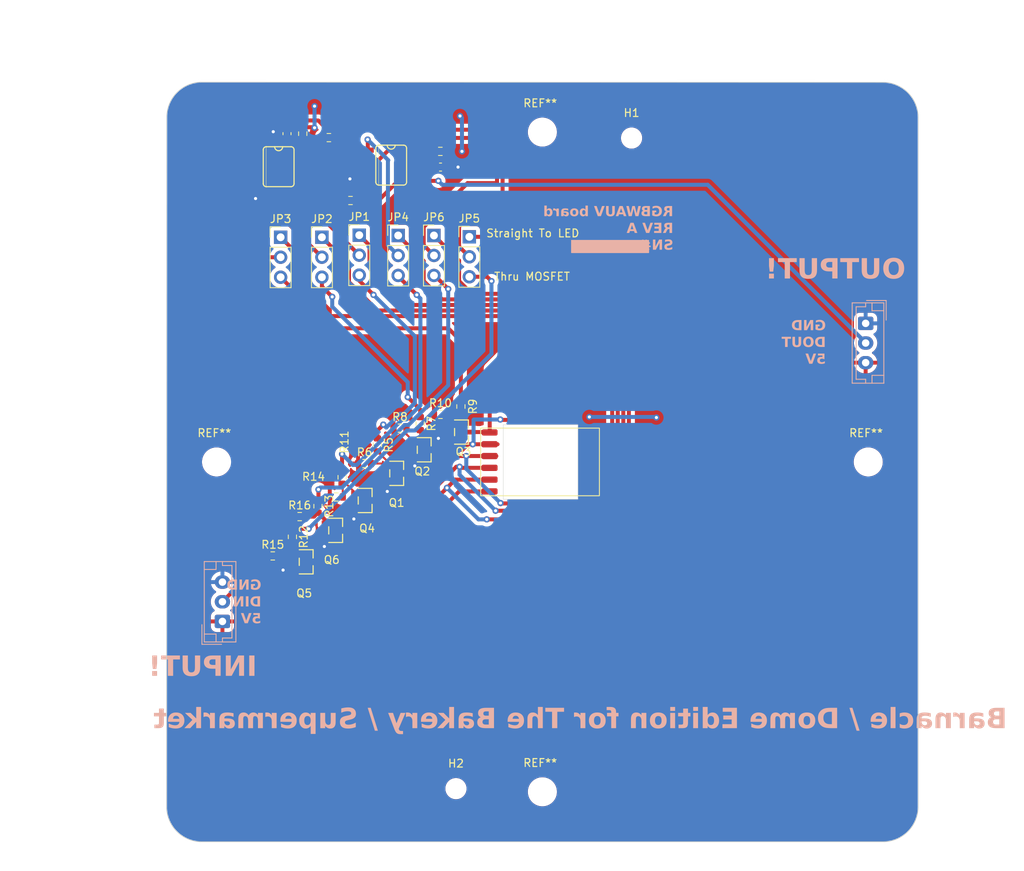
<source format=kicad_pcb>
(kicad_pcb (version 20240108) (generator "pcbnew") (generator_version "8.0")
  (title_block (title "RGBWAUV WS2811 Test PCB") (date "2024-03-31") (rev "A") (company "freakylamps + freaughouse"))
  (layers (0 "F.Cu" signal) (31 "B.Cu" signal) (34 "B.Paste" user) (35 "F.Paste" user) (36 "B.SilkS" user "B.Silkscreen") (37 "F.SilkS" user "F.Silkscreen") (38 "B.Mask" user) (39 "F.Mask" user) (44 "Edge.Cuts" user))
  (net 0 "")
  (net 1 "Net-(IC1-VDD)")
  (net 2 "GND")
  (net 3 "Net-(IC2-VDD)")
  (net 4 "red")
  (net 5 "green")
  (net 6 "blue")
  (net 7 "green_chipOut")
  (net 8 "Net-(IC1-DIN)")
  (net 9 "DOI")
  (net 10 "white")
  (net 11 "purple")
  (net 12 "yellow")
  (net 14 "blue_chipOut")
  (net 15 "DO")
  (net 16 "5vIN")
  (net 17 "DIN")
  (net 18 "red_chipOut")
  (net 19 "yellow_chipOut")
  (net 20 "white_chipOut")
  (net 22 "purple_chipOut")
  (net 23 "Net-(IC2-DIN)")
  (net 24 "Net-(JP1-B)")
  (net 25 "Net-(JP2-B)")
  (net 26 "Net-(JP3-B)")
  (net 27 "Net-(JP4-B)")
  (net 28 "Net-(JP5-B)")
  (net 29 "Net-(JP6-B)")
  (net 30 "Net-(Q1-G)")
  (net 31 "Net-(Q2-G)")
  (net 32 "Net-(Q3-G)")
  (net 33 "Net-(Q4-G)")
  (net 34 "Net-(Q5-G)")
  (net 35 "Net-(Q6-G)")
  (footprint "Resistor_SMD:R_0603_1608Metric" (layer "F.Cu") (at 100.188044 106.448659)
    (property "Reference" "R15" (at 0 -1.43 0) (layer "F.SilkS"))
    (property "Value" "10k")
    (pad "1" smd roundrect (at -0.825 0) (size 0.8 0.95) (layers "F.Cu" "F.Paste" "F.Mask") (net 16 "5vIN"))
    (pad "2" smd roundrect (at 0.825 0) (size 0.8 0.95) (layers "F.Cu" "F.Paste" "F.Mask") (net 34 "Net-(Q5-G)"))
  )
  (footprint "Resistor_SMD:R_0603_1608Metric" (layer "F.Cu") (at 118.938044 89.623659 -90)
    (property "Reference" "R7" (at 0 -1.43 90) (layer "F.SilkS"))
    (property "Value" "1k")
    (pad "1" smd roundrect (at -0.825 0 270) (size 0.8 0.95) (layers "F.Cu" "F.Paste" "F.Mask") (net 25 "Net-(JP2-B)"))
    (pad "2" smd roundrect (at 0.825 0 270) (size 0.8 0.95) (layers "F.Cu" "F.Paste" "F.Mask") (net 31 "Net-(Q2-G)"))
  )
  (footprint "Resistor_SMD:R_0603_1608Metric" (layer "F.Cu") (at 113.5 92.325 -90)
    (property "Reference" "R5" (at 0 -1.43 90) (layer "F.SilkS"))
    (property "Value" "1k")
    (pad "1" smd roundrect (at -0.825 0 270) (size 0.8 0.95) (layers "F.Cu" "F.Paste" "F.Mask") (net 24 "Net-(JP1-B)"))
    (pad "2" smd roundrect (at 0.825 0 270) (size 0.8 0.95) (layers "F.Cu" "F.Paste" "F.Mask") (net 30 "Net-(Q1-G)"))
  )
  (footprint "LED_SMD:RGBWA+UV" (layer "F.Cu") (at 134.478144 94.496759)
    (property "Reference" "U1" (hide yes))
    (property "Value" "RGBAW+UV" (hide yes))
    (pad "1" smd roundrect (at 6 -3.75) (size 2 0.8) (layers "F.Cu" "F.Paste" "F.Mask") (net 16 "5vIN"))
    (pad "2" smd roundrect (at 6.0125 -2.25) (size 2.025 0.8) (layers "F.Cu" "F.Paste" "F.Mask") (net 16 "5vIN"))
    (pad "3" smd roundrect (at 6.0125 -0.75) (size 2.025 0.8) (layers "F.Cu" "F.Paste" "F.Mask") (net 16 "5vIN"))
    (pad "4" smd roundrect (at 6.0125 0.75) (size 2.025 0.8) (layers "F.Cu" "F.Paste" "F.Mask") (net 16 "5vIN"))
    (pad "5" smd roundrect (at 6.0125 2.25) (size 2.025 0.8) (layers "F.Cu" "F.Paste" "F.Mask") (net 16 "5vIN"))
    (pad "6" smd roundrect (at 6.0125 3.75) (size 2.025 0.8) (layers "F.Cu" "F.Paste" "F.Mask") (net 16 "5vIN"))
    (pad "7" smd roundrect (at -6.7 -3.75) (size 2 0.8) (layers "F.Cu" "F.Paste" "F.Mask") (net 6 "blue"))
    (pad "8" smd roundrect (at -6.7125 -2.25) (size 2.025 0.8) (layers "F.Cu" "F.Paste" "F.Mask") (net 5 "green"))
    (pad "9" smd roundrect (at -6.7125 -0.75) (size 2.025 0.8) (layers "F.Cu" "F.Paste" "F.Mask") (net 4 "red"))
    (pad "10" smd roundrect (at -6.7125 0.75) (size 2.025 0.8) (layers "F.Cu" "F.Paste" "F.Mask") (net 10 "white"))
    (pad "11" smd roundrect (at -6.7125 2.25) (size 2.025 0.8) (layers "F.Cu" "F.Paste" "F.Mask") (net 11 "purple"))
    (pad "12" smd roundrect (at -6.7125 3.75) (size 2.025 0.8) (layers "F.Cu" "F.Paste" "F.Mask") (net 12 "yellow"))
  )
  (footprint "Connector_PinHeader_2.54mm:PinHeader_1x03_P2.54mm_Vertical" (layer "F.Cu") (at 111.188044 65.658659)
    (property "Reference" "JP1" (at 0 -2.33 0) (layer "F.SilkS"))
    (property "Value" "Jumper")
    (pad "1" thru_hole rect (at 0 0) (size 1.7 1.7) (drill 1) (layers "*.Cu" "*.Mask") (net 4 "red"))
    (pad "2" thru_hole oval (at 0 2.54) (size 1.7 1.7) (drill 1) (layers "*.Cu" "*.Mask") (net 18 "red_chipOut"))
    (pad "3" thru_hole oval (at 0 5.08) (size 1.7 1.7) (drill 1) (layers "*.Cu" "*.Mask") (net 24 "Net-(JP1-B)"))
  )
  (footprint "Resistor_SMD:R_0603_1608Metric" (layer "F.Cu") (at 104 52.75 -90)
    (property "Reference" "R2" (hide yes))
    (property "Value" "100" (hide yes))
    (pad "1" smd roundrect (at -0.825 0 270) (size 0.8 0.95) (layers "F.Cu" "F.Paste" "F.Mask") (net 16 "5vIN"))
    (pad "2" smd roundrect (at 0.825 0 270) (size 0.8 0.95) (layers "F.Cu" "F.Paste" "F.Mask") (net 1 "Net-(IC1-VDD)"))
  )
  (footprint "Resistor_SMD:R_0603_1608Metric" (layer "F.Cu") (at 105.938044 100.123659 -90)
    (property "Reference" "R13" (at 0 -1.43 90) (layer "F.SilkS"))
    (property "Value" "1k")
    (pad "1" smd roundrect (at -0.825 0 270) (size 0.8 0.95) (layers "F.Cu" "F.Paste" "F.Mask") (net 29 "Net-(JP6-B)"))
    (pad "2" smd roundrect (at 0.825 0 270) (size 0.8 0.95) (layers "F.Cu" "F.Paste" "F.Mask") (net 35 "Net-(Q6-G)"))
  )
  (footprint "Capacitor_SMD:C_0603_1608Metric" (layer "F.Cu") (at 102 52.75 90)
    (property "Reference" "C1" (hide yes))
    (property "Value" "0.1 uf" (hide yes))
    (pad "1" smd roundrect (at -0.775 0 90) (size 0.9 0.95) (layers "F.Cu" "F.Paste" "F.Mask") (net 1 "Net-(IC1-VDD)"))
    (pad "2" smd roundrect (at 0.775 0 90) (size 0.9 0.95) (layers "F.Cu" "F.Paste" "F.Mask") (net 2 "GND"))
  )
  (footprint "Connector_PinHeader_2.54mm:PinHeader_1x03_P2.54mm_Vertical" (layer "F.Cu") (at 106.438044 65.923659)
    (property "Reference" "JP2" (at 0 -2.33 0) (layer "F.SilkS"))
    (property "Value" "Jumper")
    (pad "1" thru_hole rect (at 0 0) (size 1.7 1.7) (drill 1) (layers "*.Cu" "*.Mask") (net 5 "green"))
    (pad "2" thru_hole oval (at 0 2.54) (size 1.7 1.7) (drill 1) (layers "*.Cu" "*.Mask") (net 7 "green_chipOut"))
    (pad "3" thru_hole oval (at 0 5.08) (size 1.7 1.7) (drill 1) (layers "*.Cu" "*.Mask") (net 25 "Net-(JP2-B)"))
  )
  (footprint "easyeda2kicad:SOT-23-3_L2.9-W1.6-P1.90-LS2.8-BR" (layer "F.Cu") (at 115.948044 95.948659 180)
    (property "Reference" "Q1" (at 0.01 -3.75 180) (layer "F.SilkS"))
    (property "Value" "AO3400A")
    (pad "1" smd rect (at 1.24 0.95 180) (size 1.07 0.6) (layers "F.Cu" "F.Paste" "F.Mask") (net 30 "Net-(Q1-G)"))
    (pad "2" smd rect (at 1.24 -0.95 180) (size 1.07 0.6) (layers "F.Cu" "F.Paste" "F.Mask") (net 2 "GND"))
    (pad "3" smd rect (at -1.24 0 180) (size 1.07 0.6) (layers "F.Cu" "F.Paste" "F.Mask") (net 4 "red"))
  )
  (footprint "WS2811:SO08-SKINNYPADS" (layer "F.Cu") (at 100.938044 56.948659 -90)
    (property "Reference" "IC1" (hide yes))
    (property "Value" "WS2811" (hide yes))
    (pad "1" smd rect (at -1.905 2.9734 270) (size 0.6604 1.524) (layers "F.Cu" "F.Paste" "F.Mask") (net 18 "red_chipOut"))
    (pad "2" smd rect (at -0.635 2.9734 270) (size 0.6604 1.524) (layers "F.Cu" "F.Paste" "F.Mask") (net 7 "green_chipOut"))
    (pad "3" smd rect (at 0.635 2.9734 270) (size 0.6604 1.524) (layers "F.Cu" "F.Paste" "F.Mask") (net 14 "blue_chipOut"))
    (pad "4" smd rect (at 1.905 2.9734 270) (size 0.6604 1.524) (layers "F.Cu" "F.Paste" "F.Mask") (net 2 "GND"))
    (pad "5" smd rect (at 1.905 -2.9734 270) (size 0.6604 1.524) (layers "F.Cu" "F.Paste" "F.Mask") (net 9 "DOI"))
    (pad "6" smd rect (at 0.635 -2.9734 270) (size 0.6604 1.524) (layers "F.Cu" "F.Paste" "F.Mask") (net 8 "Net-(IC1-DIN)"))
    (pad "7" smd rect (at -0.635 -2.9734 270) (size 0.6604 1.524) (layers "F.Cu" "F.Paste" "F.Mask"))
    (pad "8" smd rect (at -1.905 -2.9734 270) (size 0.6604 1.524) (layers "F.Cu" "F.Paste" "F.Mask") (net 1 "Net-(IC1-VDD)"))
  )
  (footprint "easyeda2kicad:SOT-23-3_L2.9-W1.6-P1.90-LS2.8-BR" (layer "F.Cu") (at 119.448044 92.948659 180)
    (property "Reference" "Q2" (at 0.24 -2.75 180) (layer "F.SilkS"))
    (property "Value" "AO3400A")
    (pad "1" smd rect (at 1.24 0.95 180) (size 1.07 0.6) (layers "F.Cu" "F.Paste" "F.Mask") (net 31 "Net-(Q2-G)"))
    (pad "2" smd rect (at 1.24 -0.95 180) (size 1.07 0.6) (layers "F.Cu" "F.Paste" "F.Mask") (net 2 "GND"))
    (pad "3" smd rect (at -1.24 0 180) (size 1.07 0.6) (layers "F.Cu" "F.Paste" "F.Mask") (net 5 "green"))
  )
  (footprint "WS2811:SO08-SKINNYPADS" (layer "F.Cu") (at 115.25 56.75 -90)
    (property "Reference" "IC2" (hide yes))
    (property "Value" "WS2811" (hide yes))
    (pad "1" smd rect (at -1.905 2.9734 270) (size 0.6604 1.524) (layers "F.Cu" "F.Paste" "F.Mask") (net 20 "white_chipOut"))
    (pad "2" smd rect (at -0.635 2.9734 270) (size 0.6604 1.524) (layers "F.Cu" "F.Paste" "F.Mask") (net 22 "purple_chipOut"))
    (pad "3" smd rect (at 0.635 2.9734 270) (size 0.6604 1.524) (layers "F.Cu" "F.Paste" "F.Mask") (net 19 "yellow_chipOut"))
    (pad "4" smd rect (at 1.905 2.9734 270) (size 0.6604 1.524) (layers "F.Cu" "F.Paste" "F.Mask") (net 2 "GND"))
    (pad "5" smd rect (at 1.905 -2.9734 270) (size 0.6604 1.524) (layers "F.Cu" "F.Paste" "F.Mask") (net 15 "DO"))
    (pad "6" smd rect (at 0.635 -2.9734 270) (size 0.6604 1.524) (layers "F.Cu" "F.Paste" "F.Mask") (net 23 "Net-(IC2-DIN)"))
    (pad "7" smd rect (at -0.635 -2.9734 270) (size 0.6604 1.524) (layers "F.Cu" "F.Paste" "F.Mask"))
    (pad "8" smd rect (at -1.905 -2.9734 270) (size 0.6604 1.524) (layers "F.Cu" "F.Paste" "F.Mask") (net 3 "Net-(IC2-VDD)"))
  )
  (footprint "Resistor_SMD:R_0603_1608Metric" (layer "F.Cu") (at 103.613044 101.448659)
    (property "Reference" "R16" (at 0 -1.43 0) (layer "F.SilkS"))
    (property "Value" "10k")
    (pad "1" smd roundrect (at -0.825 0) (size 0.8 0.95) (layers "F.Cu" "F.Paste" "F.Mask") (net 16 "5vIN"))
    (pad "2" smd roundrect (at 0.825 0) (size 0.8 0.95) (layers "F.Cu" "F.Paste" "F.Mask") (net 35 "Net-(Q6-G)"))
  )
  (footprint "easyeda2kicad:SOT-23-3_L2.9-W1.6-P1.90-LS2.8-BR" (layer "F.Cu") (at 104.438044 107.198659 180)
    (property "Reference" "Q5" (at 0.25 -4 180) (layer "F.SilkS"))
    (property "Value" "AO3400A")
    (pad "1" smd rect (at 1.24 0.95 180) (size 1.07 0.6) (layers "F.Cu" "F.Paste" "F.Mask") (net 34 "Net-(Q5-G)"))
    (pad "2" smd rect (at 1.24 -0.95 180) (size 1.07 0.6) (layers "F.Cu" "F.Paste" "F.Mask") (net 2 "GND"))
    (pad "3" smd rect (at -1.24 0 180) (size 1.07 0.6) (layers "F.Cu" "F.Paste" "F.Mask") (net 12 "yellow"))
  )
  (footprint "MountingHole:MountingHole_3.2mm_M3_ISO7380" (layer "F.Cu") (at 134.478144 52.548659)
    (property "Reference" "REF**" (at -0.275 -3.675 0) (layer "F.SilkS"))
    (property "Value" "MountingHole_3.2mm_M3_ISO7380")
    (pad "" np_thru_hole circle (at 0 0) (size 3.2 3.2) (drill 3.2) (layers "*.Cu" "*.Mask"))
  )
  (footprint "Connector_PinHeader_2.54mm:PinHeader_1x03_P2.54mm_Vertical" (layer "F.Cu") (at 125.188044 65.868659)
    (property "Reference" "JP5" (at 0 -2.33 0) (layer "F.SilkS"))
    (property "Value" "Jumper")
    (pad "1" thru_hole rect (at 0 0) (size 1.7 1.7) (drill 1) (layers "*.Cu" "*.Mask") (net 12 "yellow"))
    (pad "2" thru_hole oval (at 0 2.54) (size 1.7 1.7) (drill 1) (layers "*.Cu" "*.Mask") (net 19 "yellow_chipOut"))
    (pad "3" thru_hole oval (at 0 5.08) (size 1.7 1.7) (drill 1) (layers "*.Cu" "*.Mask") (net 28 "Net-(JP5-B)"))
  )
  (footprint "MountingHole:MountingHole_3.2mm_M3_ISO7380" (layer "F.Cu") (at 175.918244 94.496759)
    (property "Reference" "REF**" (at -0.275 -3.675 0) (layer "F.SilkS"))
    (property "Value" "MountingHole_3.2mm_M3_ISO7380")
    (pad "" np_thru_hole circle (at 0 0) (size 3.2 3.2) (drill 3.2) (layers "F&B.Cu" "*.Mask"))
  )
  (footprint "Connector_PinHeader_2.54mm:PinHeader_1x03_P2.54mm_Vertical" (layer "F.Cu") (at 101.188044 65.923659)
    (property "Reference" "JP3" (at 0 -2.33 0) (layer "F.SilkS"))
    (property "Value" "Jumper")
    (pad "1" thru_hole rect (at 0 0) (size 1.7 1.7) (drill 1) (layers "*.Cu" "*.Mask") (net 6 "blue"))
    (pad "2" thru_hole oval (at 0 2.54) (size 1.7 1.7) (drill 1) (layers "*.Cu" "*.Mask") (net 14 "blue_chipOut"))
    (pad "3" thru_hole oval (at 0 5.08) (size 1.7 1.7) (drill 1) (layers "*.Cu" "*.Mask") (net 26 "Net-(JP3-B)"))
  )
  (footprint "Resistor_SMD:R_0603_1608Metric" (layer "F.Cu") (at 116.363044 90.198659)
    (property "Reference" "R8" (at 0 -1.43 0) (layer "F.SilkS"))
    (property "Value" "10k")
    (pad "1" smd roundrect (at -0.825 0) (size 0.8 0.95) (layers "F.Cu" "F.Paste" "F.Mask") (net 16 "5vIN"))
    (pad "2" smd roundrect (at 0.825 0) (size 0.8 0.95) (layers "F.Cu" "F.Paste" "F.Mask") (net 31 "Net-(Q2-G)"))
  )
  (footprint "MountingHole:MountingHole_3.2mm_M3_ISO7380" (layer "F.Cu") (at 93.038044 94.496759)
    (property "Reference" "REF**" (at -0.275 -3.675 0) (layer "F.SilkS"))
    (property "Value" "M3")
    (pad "" np_thru_hole circle (at 0 0) (size 3.2 3.2) (drill 3.2) (layers "F&B.Cu" "*.Mask"))
  )
  (footprint "easyeda2kicad:SOT-23-3_L2.9-W1.6-P1.90-LS2.8-BR" (layer "F.Cu") (at 108.188044 103.198659 180)
    (property "Reference" "Q6" (at 0.5 -3.75 180) (layer "F.SilkS"))
    (property "Value" "AO3400A")
    (pad "1" smd rect (at 1.24 0.95 180) (size 1.07 0.6) (layers "F.Cu" "F.Paste" "F.Mask") (net 35 "Net-(Q6-G)"))
    (pad "2" smd rect (at 1.24 -0.95 180) (size 1.07 0.6) (layers "F.Cu" "F.Paste" "F.Mask") (net 2 "GND"))
    (pad "3" smd rect (at -1.24 0 180) (size 1.07 0.6) (layers "F.Cu" "F.Paste" "F.Mask") (net 11 "purple"))
  )
  (footprint "Resistor_SMD:R_0603_1608Metric" (layer "F.Cu") (at 107.325 53.25 180)
    (property "Reference" "R1" (hide yes))
    (property "Value" "33" (hide yes))
    (pad "1" smd roundrect (at -0.825 0 180) (size 0.8 0.95) (layers "F.Cu" "F.Paste" "F.Mask") (net 17 "DIN"))
    (pad "2" smd roundrect (at 0.825 0 180) (size 0.8 0.95) (layers "F.Cu" "F.Paste" "F.Mask") (net 8 "Net-(IC1-DIN)"))
  )
  (footprint "MountingHole:MountingHole_3.2mm_M3_ISO7380" (layer "F.Cu") (at 134.478144 136.444859)
    (property "Reference" "REF**" (at -0.275 -3.675 0) (layer "F.SilkS"))
    (property "Value" "MountingHole_3.2mm_M3_ISO7380")
    (pad "" np_thru_hole circle (at 0 0) (size 3.2 3.2) (drill 3.2) (layers "F&B.Cu" "*.Mask"))
  )
  (footprint "easyeda2kicad:SOT-23-3_L2.9-W1.6-P1.90-LS2.8-BR" (layer "F.Cu") (at 111.938044 99.398659 180)
    (property "Reference" "Q4" (at -0.25 -3.55 180) (layer "F.SilkS"))
    (property "Value" "AO3400A")
    (pad "1" smd rect (at 1.24 0.95 180) (size 1.07 0.6) (layers "F.Cu" "F.Paste" "F.Mask") (net 33 "Net-(Q4-G)"))
    (pad "2" smd rect (at 1.24 -0.95 180) (size 1.07 0.6) (layers "F.Cu" "F.Paste" "F.Mask") (net 2 "GND"))
    (pad "3" smd rect (at -1.24 0 180) (size 1.07 0.6) (layers "F.Cu" "F.Paste" "F.Mask") (net 10 "white"))
  )
  (footprint "easyeda2kicad:SOT-23-3_L2.9-W1.6-P1.90-LS2.8-BR" (layer "F.Cu") (at 124.188044 90.698659 180)
    (property "Reference" "Q3" (at -0.25 -2.5 180) (layer "F.SilkS"))
    (property "Value" "AO3400A")
    (pad "1" smd rect (at 1.24 0.95 180) (size 1.07 0.6) (layers "F.Cu" "F.Paste" "F.Mask") (net 32 "Net-(Q3-G)"))
    (pad "2" smd rect (at 1.24 -0.95 180) (size 1.07 0.6) (layers "F.Cu" "F.Paste" "F.Mask") (net 2 "GND"))
    (pad "3" smd rect (at -1.24 0 180) (size 1.07 0.6) (layers "F.Cu" "F.Paste" "F.Mask") (net 6 "blue"))
  )
  (footprint "Resistor_SMD:R_0603_1608Metric" (layer "F.Cu") (at 111.863044 94.698659)
    (property "Reference" "R6" (at 0 -1.43 0) (layer "F.SilkS"))
    (property "Value" "10k")
    (pad "1" smd roundrect (at -0.825 0) (size 0.8 0.95) (layers "F.Cu" "F.Paste" "F.Mask") (net 16 "5vIN"))
    (pad "2" smd roundrect (at 0.825 0) (size 0.8 0.95) (layers "F.Cu" "F.Paste" "F.Mask") (net 30 "Net-(Q1-G)"))
  )
  (footprint "Resistor_SMD:R_0603_1608Metric" (layer "F.Cu") (at 108.263044 98.948659)
    (property "Reference" "R14" (at -2.888044 -2.573659 0) (layer "F.SilkS"))
    (property "Value" "10k")
    (pad "1" smd roundrect (at -0.825 0) (size 0.8 0.95) (layers "F.Cu" "F.Paste" "F.Mask") (net 16 "5vIN"))
    (pad "2" smd roundrect (at 0.825 0) (size 0.8 0.95) (layers "F.Cu" "F.Paste" "F.Mask") (net 33 "Net-(Q4-G)"))
  )
  (footprint "MountingHole:MountingHole_2.2mm_M2" (layer "F.Cu") (at 145.820044 53.307659)
    (property "Reference" "H1" (at 0 -3.2 0) (layer "F.SilkS"))
    (property "Value" "Board_to_dome")
    (pad "" np_thru_hole circle (at 0 0) (size 2.2 2.2) (drill 2.2) (layers "*.Cu" "*.Mask"))
  )
  (footprint "MountingHole:MountingHole_2.2mm_M2" (layer "F.Cu") (at 123.486044 136.043659)
    (property "Reference" "H2" (at 0 -3.2 0) (layer "F.SilkS"))
    (property "Value" "Board_to_dome")
    (pad "" np_thru_hole circle (at 0 0) (size 2.2 2.2) (drill 2.2) (layers "*.Cu" "*.Mask"))
  )
  (footprint "Resistor_SMD:R_0603_1608Metric" (layer "F.Cu") (at 109.013044 96.448659 -90)
    (property "Reference" "R11" (at -4.485 -0.29 90) (layer "F.SilkS"))
    (property "Value" "1k")
    (pad "1" smd roundrect (at -0.825 0 270) (size 0.8 0.95) (layers "F.Cu" "F.Paste" "F.Mask") (net 27 "Net-(JP4-B)"))
    (pad "2" smd roundrect (at 0.825 0 270) (size 0.8 0.95) (layers "F.Cu" "F.Paste" "F.Mask") (net 33 "Net-(Q4-G)"))
  )
  (footprint "Capacitor_SMD:C_0603_1608Metric" (layer "F.Cu") (at 121.525 57)
    (property "Reference" "C2" (hide yes))
    (property "Value" "0.1 uf" (hide yes))
    (pad "1" smd roundrect (at -0.775 0) (size 0.9 0.95) (layers "F.Cu" "F.Paste" "F.Mask") (net 3 "Net-(IC2-VDD)"))
    (pad "2" smd roundrect (at 0.775 0) (size 0.9 0.95) (layers "F.Cu" "F.Paste" "F.Mask") (net 2 "GND"))
  )
  (footprint "Resistor_SMD:R_0603_1608Metric" (layer "F.Cu") (at 121.5 55 180)
    (property "Reference" "R4" (hide yes))
    (property "Value" "100" (hide yes))
    (pad "1" smd roundrect (at -0.825 0 180) (size 0.8 0.95) (layers "F.Cu" "F.Paste" "F.Mask") (net 16 "5vIN"))
    (pad "2" smd roundrect (at 0.825 0 180) (size 0.8 0.95) (layers "F.Cu" "F.Paste" "F.Mask") (net 3 "Net-(IC2-VDD)"))
  )
  (footprint "Resistor_SMD:R_0603_1608Metric" (layer "F.Cu") (at 121.513044 88.448659)
    (property "Reference" "R10" (at 0 -1.43 0) (layer "F.SilkS"))
    (property "Value" "10k")
    (pad "1" smd roundrect (at -0.825 0) (size 0.8 0.95) (layers "F.Cu" "F.Paste" "F.Mask") (net 16 "5vIN"))
    (pad "2" smd roundrect (at 0.825 0) (size 0.8 0.95) (layers "F.Cu" "F.Paste" "F.Mask") (net 32 "Net-(Q3-G)"))
  )
  (footprint "Resistor_SMD:R_0603_1608Metric" (layer "F.Cu") (at 124.113044 87.448659 -90)
    (property "Reference" "R9" (at 0 -1.52 90) (layer "F.SilkS"))
    (property "Value" "1k")
    (pad "1" smd roundrect (at -0.825 0 270) (size 0.8 0.95) (layers "F.Cu" "F.Paste" "F.Mask") (net 26 "Net-(JP3-B)"))
    (pad "2" smd roundrect (at 0.825 0 270) (size 0.8 0.95) (layers "F.Cu" "F.Paste" "F.Mask") (net 32 "Net-(Q3-G)"))
  )
  (footprint "Resistor_SMD:R_0603_1608Metric" (layer "F.Cu") (at 110.075 61.25)
    (property "Reference" "R3" (hide yes))
    (property "Value" "33" (hide yes))
    (pad "1" smd roundrect (at -0.825 0) (size 0.8 0.95) (layers "F.Cu" "F.Paste" "F.Mask") (net 9 "DOI"))
    (pad "2" smd roundrect (at 0.825 0) (size 0.8 0.95) (layers "F.Cu" "F.Paste" "F.Mask") (net 23 "Net-(IC2-DIN)"))
  )
  (footprint "Connector_PinHeader_2.54mm:PinHeader_1x03_P2.54mm_Vertical" (layer "F.Cu") (at 116.138044 65.698659)
    (property "Reference" "JP4" (at 0 -2.33 0) (layer "F.SilkS"))
    (property "Value" "Jumper")
    (pad "1" thru_hole rect (at 0 0) (size 1.7 1.7) (drill 1) (layers "*.Cu" "*.Mask") (net 10 "white"))
    (pad "2" thru_hole oval (at 0 2.54) (size 1.7 1.7) (drill 1) (layers "*.Cu" "*.Mask") (net 20 "white_chipOut"))
    (pad "3" thru_hole oval (at 0 5.08) (size 1.7 1.7) (drill 1) (layers "*.Cu" "*.Mask") (net 27 "Net-(JP4-B)"))
  )
  (footprint "Connector_PinHeader_2.54mm:PinHeader_1x03_P2.54mm_Vertical" (layer "F.Cu") (at 120.688044 65.698659)
    (property "Reference" "JP6" (at 0 -2.33 0) (layer "F.SilkS"))
    (property "Value" "Jumper")
    (pad "1" thru_hole rect (at 0 0) (size 1.7 1.7) (drill 1) (layers "*.Cu" "*.Mask") (net 11 "purple"))
    (pad "2" thru_hole oval (at 0 2.54) (size 1.7 1.7) (drill 1) (layers "*.Cu" "*.Mask") (net 22 "purple_chipOut"))
    (pad "3" thru_hole oval (at 0 5.08) (size 1.7 1.7) (drill 1) (layers "*.Cu" "*.Mask") (net 29 "Net-(JP6-B)"))
  )
  (footprint "Resistor_SMD:R_0603_1608Metric" (layer "F.Cu") (at 102.688044 104.023659 -90)
    (property "Reference" "R12" (at 0 -1.43 90) (layer "F.SilkS"))
    (property "Value" "1k")
    (pad "1" smd roundrect (at -0.825 0 270) (size 0.8 0.95) (layers "F.Cu" "F.Paste" "F.Mask") (net 28 "Net-(JP5-B)"))
    (pad "2" smd roundrect (at 0.825 0 270) (size 0.8 0.95) (layers "F.Cu" "F.Paste" "F.Mask") (net 34 "Net-(Q5-G)"))
  )
  (footprint "Connector_JST:JST_EH_B3B-EH-A_1x03_P2.50mm_Vertical" (layer "B.Cu") (at 175.588044 76.873659 -90)
    (property "Reference" "J2" (hide yes))
    (property "Value" "3PinJSTOutput" (hide yes))
    (pad "1" thru_hole roundrect (at 0 0 270) (size 1.7 1.95) (drill 0.95) (layers "*.Cu" "*.Mask") (roundrect_rratio 0.1470588235) (net 2 "GND"))
    (pad "2" thru_hole oval (at 2.5 0 270) (size 1.7 1.95) (drill 0.95) (layers "*.Cu" "*.Mask") (net 15 "DO"))
    (pad "3" thru_hole oval (at 5 0 270) (size 1.7 1.95) (drill 0.95) (layers "*.Cu" "*.Mask") (net 16 "5vIN"))
  )
  (footprint "Connector_JST:JST_EH_B3B-EH-A_1x03_P2.50mm_Vertical" (layer "B.Cu") (at 93.788044 114.778659 90)
    (property "Reference" "J1" (hide yes))
    (property "Value" "3PinJSTInput" (hide yes))
    (pad "1" thru_hole roundrect (at 0 0 90) (size 1.7 1.95) (drill 0.95) (layers "*.Cu" "*.Mask") (roundrect_rratio 0.1470588235) (net 16 "5vIN"))
    (pad "2" thru_hole oval (at 2.5 0 90) (size 1.7 1.95) (drill 0.95) (layers "*.Cu" "*.Mask") (net 17 "DIN"))
    (pad "3" thru_hole oval (at 5 0 90) (size 1.7 1.95) (drill 0.95) (layers "*.Cu" "*.Mask") (net 2 "GND"))
  )
  (gr_rect (start 138.188044 66.323659) (end 147.988044 67.873659) (stroke (width 0.12)) (fill solid) (layer "B.SilkS"))
  (gr_arc (start 90.984747 142.802744) (mid 88 141.5) (end 86.684747 138.520745) (stroke (width 0.1)) (layer "Edge.Cuts"))
  (gr_arc (start 177.966341 46.219574) (mid 180.951088 47.522318) (end 182.266341 50.501573) (stroke (width 0.1)) (layer "Edge.Cuts"))
  (gr_arc (start 182.267129 138.501956) (mid 180.964385 141.486703) (end 177.98513 142.801956) (stroke (width 0.1)) (layer "Edge.Cuts"))
  (gr_line (start 86.684747 138.520745) (end 86.706045 50.498659) (stroke (width 0.1)) (layer "Edge.Cuts"))
  (gr_line (start 90.988044 46.198659) (end 177.966341 46.219574) (stroke (width 0.1)) (layer "Edge.Cuts"))
  (gr_arc (start 86.706045 50.498659) (mid 88.008788 47.513912) (end 90.988044 46.198659) (stroke (width 0.1)) (layer "Edge.Cuts"))
  (gr_line (start 182.266341 50.501573) (end 182.267129 138.501956) (stroke (width 0.1)) (layer "Edge.Cuts"))
  (gr_rect (start 129.5 89.75) (end 139 99.25) (stroke (width 0.05)) (fill none) (layer "Edge.Cuts"))
  (gr_line (start 177.98513 142.801956) (end 90.984747 142.802744) (stroke (width 0.1)) (layer "Edge.Cuts"))
  (gr_text "OUTPUT!" (at 180.668044 71.598659 0) (layer "B.SilkS") (effects (font (size 2.54 2.54) (thickness 0.508) (bold yes)) (justify left bottom mirror)))
  (gr_text "GND\nDOUT\n5V" (at 170.538044 79.348659 0) (layer "B.SilkS") (effects (font (size 1.27 1.27) (thickness 0.2) (bold yes)) (justify left mirror)))
  (gr_text "RGBWAUV board\nREV A\nSN#:\n" (at 151.138044 64.848659 0) (layer "B.SilkS") (effects (font (size 1.27 1.27) (thickness 0.2) (bold yes)) (justify left mirror)))
  (gr_text "Barnacle / Dome Edition for The Bakery / Supermarket" (at 139.288044 127.298659 0) (layer "B.SilkS") (effects (font (size 2.54 2.54) (thickness 0.2) (bold yes)) (justify mirror)))
  (gr_text "INPUT!	\n	" (at 98.188044 126.398659 0) (layer "B.SilkS") (effects (font (size 2.54 2.54) (thickness 0.508) (bold yes)) (justify left bottom mirror)))
  (gr_text "GND\nDIN\n5V" (at 98.738044 112.348659 0) (layer "B.SilkS") (effects (font (size 1.27 1.27) (thickness 0.2) (bold yes)) (justify left mirror)))
  (gr_text "Straight To LED" (at 127.25 66 0) (layer "F.SilkS") (effects (font (size 1 1)) (justify left bottom)))
  (gr_text "Thru MOSFET" (at 128.25 71.5 0) (layer "F.SilkS") (effects (font (size 1 1)) (justify left bottom)))
  (segment (start 104 54.955103) (end 103.911444 55.043659) (width 0.508) (layer "F.Cu") (net 1))
  (segment (start 104 53.575) (end 104 54.955103) (width 0.508) (layer "F.Cu") (net 1))
  (segment (start 103.95 53.525) (end 104 53.575) (width 0.508) (layer "F.Cu") (net 1))
  (segment (start 102 53.525) (end 103.95 53.525) (width 0.508) (layer "F.Cu") (net 1))
  (segment (start 118.208044 93.898659) (end 118.208044 94.958044) (width 0.508) (layer "F.Cu") (net 2))
  (segment (start 97.964644 60.964644) (end 98 61) (width 0.508) (layer "F.Cu") (net 2))
  (segment (start 114.708044 98.208044) (end 114.75 98.25) (width 0.508) (layer "F.Cu") (net 2))
  (segment (start 106.948044 104.148659) (end 106.948044 105.051956) (width 0.508) (layer "F.Cu") (net 2))
  (segment (start 106.948044 105.051956) (end 106.75 105.25) (width 0.508) (layer "F.Cu") (net 2))
  (segment (start 110.155 58.655) (end 110 58.5) (width 0.508) (layer "F.Cu") (net 2))
  (segment (start 121.398659 91.648659) (end 121.25 91.5) (width 0.508) (layer "F.Cu") (net 2))
  (segment (start 122.3 57) (end 123.75 57) (width 0.508) (layer "F.Cu") (net 2))
  (segment (start 110.698044 100.348659) (end 110.698044 101.551956) (width 0.508) (layer "F.Cu") (net 2))
  (segment (start 101.601341 108.148659) (end 101.5 108.25) (width 0.508) (layer "F.Cu") (net 2))
  (segment (start 110.698044 101.551956) (end 110.5 101.75) (width 0.508) (layer "F.Cu") (net 2))
  (segment (start 97.964644 58.853659) (end 97.964644 60.964644) (width 0.508) (layer "F.Cu") (net 2))
  (segment (start 112.2766 58.655) (end 110.155 58.655) (width 0.508) (layer "F.Cu") (net 2))
  (segment (start 102 51.975) (end 100.775 51.975) (width 0.508) (layer "F.Cu") (net 2))
  (segment (start 100.775 51.975) (end 100.25 52.5) (width 0.508) (layer "F.Cu") (net 2))
  (segment (start 103.198044 108.148659) (end 101.601341 108.148659) (width 0.508) (layer "F.Cu") (net 2))
  (segment (start 122.948044 91.648659) (end 121.398659 91.648659) (width 0.508) (layer "F.Cu") (net 2))
  (segment (start 114.708044 96.898659) (end 114.708044 98.208044) (width 0.508) (layer "F.Cu") (net 2))
  (segment (start 118.208044 94.958044) (end 118.25 95) (width 0.508) (layer "F.Cu") (net 2))
  (via (at 106.75 105.25) (size 0.8) (drill 0.4) (layers "F.Cu" "B.Cu") (net 2))
  (via (at 110.5 101.75) (size 0.8) (drill 0.4) (layers "F.Cu" "B.Cu") (net 2))
  (via (at 98 61) (size 0.8) (drill 0.4) (layers "F.Cu" "B.Cu") (net 2))
  (via (at 101.5 108.25) (size 0.8) (drill 0.4) (layers "F.Cu" "B.Cu") (net 2))
  (via (at 114.75 98.25) (size 0.8) (drill 0.4) (layers "F.Cu" "B.Cu") (net 2))
  (via (at 121.25 91.5) (size 0.8) (drill 0.4) (layers "F.Cu" "B.Cu") (net 2))
  (via (at 123.75 57) (size 0.8) (drill 0.4) (layers "F.Cu" "B.Cu") (net 2))
  (via (at 110 58.5) (size 0.8) (drill 0.4) (layers "F.Cu" "B.Cu") (net 2))
  (via (at 118.25 95) (size 0.8) (drill 0.4) (layers "F.Cu" "B.Cu") (net 2))
  (via (at 100.25 52.5) (size 0.8) (drill 0.4) (layers "F.Cu" "B.Cu") (net 2))
  (segment (start 120.75 57) (end 120.75 55.075) (width 0.508) (layer "F.Cu") (net 3))
  (segment (start 118.3784 55) (end 118.2234 54.845) (width 0.508) (layer "F.Cu") (net 3))
  (segment (start 120.675 55) (end 118.3784 55) (width 0.508) (layer "F.Cu") (net 3))
  (segment (start 120.75 55.075) (end 120.675 55) (width 0.508) (layer "F.Cu") (net 3))
  (segment (start 140.274572 74.532659) (end 143.354044 77.612132) (width 0.508) (layer "F.Cu") (net 4))
  (segment (start 117.188044 95.948659) (end 121.188044 95.948659) (width 0.508) (layer "F.Cu") (net 4))
  (segment (start 143.354044 77.612132) (end 143.354044 98.795956) (width 0.508) (layer "F.Cu") (net 4))
  (segment (start 143.354044 98.795956) (end 142.375 99.775) (width 0.508) (layer "F.Cu") (net 4))
  (segment (start 117.522044 74.532659) (end 140.274572 74.532659) (width 0.508) (layer "F.Cu") (net 4))
  (segment (start 121.188044 95.948659) (end 123.389944 93.746759) (width 0.508) (layer "F.Cu") (net 4))
  (segment (start 128.621759 93.746759) (end 127.765644 93.746759) (width 0.508) (layer "F.Cu") (net 4))
  (segment (start 129.075 99.775) (end 129.125 99.725) (width 0.508) (layer "F.Cu") (net 4))
  (segment (start 129.125 99.725) (end 129.15 99.725) (width 0.508) (layer "F.Cu") (net 4))
  (segment (start 112.492044 66.962659) (end 112.492044 69.502659) (width 0.508) (layer "F.Cu") (net 4))
  (segment (start 142.375 99.775) (end 129.075 99.775) (width 0.508) (layer "F.Cu") (net 4))
  (segment (start 123.389944 93.746759) (end 124.8 93.746759) (width 0.508) (layer "F.Cu") (net 4))
  (segment (start 124.8 93.746759) (end 127.765644 93.746759) (width 0.508) (layer "F.Cu") (net 4))
  (segment (start 127.663744 93.848659) (end 127.765644 93.746759) (width 0.508) (layer "F.Cu") (net 4))
  (segment (start 112.492044 69.502659) (end 117.522044 74.532659) (width 0.508) (layer "F.Cu") (net 4))
  (segment (start 111.188044 65.658659) (end 112.492044 66.962659) (width 0.508) (layer "F.Cu") (net 4))
  (via (at 129.15 99.725) (size 0.8) (drill 0.4) (layers "F.Cu" "B.Cu") (net 4))
  (via (at 124.8 93.746759) (size 0.8) (drill 0.4) (layers "F.Cu" "B.Cu") (net 4))
  (segment (start 124.8 95.375) (end 124.8 93.746759) (width 0.508) (layer "B.Cu") (net 4))
  (segment (start 129.15 99.725) (end 124.8 95.375) (width 0.508) (layer "B.Cu") (net 4))
  (segment (start 113.5 75.240659) (end 139.981308 75.240659) (width 0.508) (layer "F.Cu") (net 5))
  (segment (start 125.02155 92.246759) (end 125.625 92.246759) (width 0.508) (layer "F.Cu") (net 5))
  (segment (start 128.778144 92.246759) (end 127.765644 92.246759) (width 0.508) (layer "F.Cu") (net 5))
  (segment (start 109.884044 71.624703) (end 113.5 75.240659) (width 0.508) (layer "F.Cu") (net 5))
  (segment (start 109.884044 69.369659) (end 109.884044 71.624703) (width 0.508) (layer "F.Cu") (net 5))
  (segment (start 142.646044 78.741923) (end 132.237967 89.15) (width 0.508) (layer "F.Cu") (net 5))
  (segment (start 132.237967 89.15) (end 129.175 89.15) (width 0.508) (layer "F.Cu") (net 5))
  (segment (start 120.688044 92.948659) (end 124.31965 92.948659) (width 0.508) (layer "F.Cu") (net 5))
  (segment (start 124.31965 92.948659) (end 125.02155 92.246759) (width 0.508) (layer "F.Cu") (net 5))
  (segment (start 129.175 89.15) (end 129.125 89.1) (width 0.508) (layer "F.Cu") (net 5))
  (segment (start 125.625 92.246759) (end 127.765644 92.246759) (width 0.508) (layer "F.Cu") (net 5))
  (segment (start 106.438044 65.923659) (end 109.884044 69.369659) (width 0.508) (layer "F.Cu") (net 5))
  (segment (start 142.646044 77.905395) (end 142.646044 78.741923) (width 0.508) (layer "F.Cu") (net 5))
  (segment (start 139.981308 75.240659) (end 142.646044 77.905395) (width 0.508) (layer "F.Cu") (net 5))
  (via (at 125.625 92.246759) (size 0.8) (drill 0.4) (layers "F.Cu" "B.Cu") (net 5))
  (via (at 129.125 89.1) (size 0.8) (drill 0.4) (layers "F.Cu" "B.Cu") (net 5))
  (segment (start 129.125 89.1) (end 125.775 89.1) (width 0.508) (layer "B.Cu") (net 5))
  (segment (start 125.775 89.1) (end 125.725 89.15) (width 0.508) (layer "B.Cu") (net 5))
  (segment (start 125.725 92.146759) (end 125.625 92.246759) (width 0.508) (layer "B.Cu") (net 5))
  (segment (start 125.725 89.15) (end 125.725 92.146759) (width 0.508) (layer "B.Cu") (net 5))
  (segment (start 139.688044 75.948659) (end 141.757193 78.017807) (width 0.508) (layer "F.Cu") (net 6))
  (segment (start 103 70.75) (end 107.438044 75.188044) (width 0.508) (layer "F.Cu") (net 6))
  (segment (start 101.188044 65.923659) (end 103 67.735615) (width 0.508) (layer "F.Cu") (net 6))
  (segment (start 127.778144 82.596856) (end 127.778144 90.746759) (width 0.508) (layer "F.Cu") (net 6))
  (segment (start 107.438044 75.188044) (end 107.438044 75.948659) (width 0.508) (layer "F.Cu") (net 6))
  (segment (start 127.730044 90.698659) (end 127.778144 90.746759) (width 0.508) (layer "F.Cu") (net 6))
  (segment (start 107.438044 75.948659) (end 139.688044 75.948659) (width 0.508) (layer "F.Cu") (net 6))
  (segment (start 141.757193 78.017807) (end 132.357193 78.017807) (width 0.508) (layer "F.Cu") (net 6))
  (segment (start 125.428044 90.698659) (end 127.730044 90.698659) (width 0.508) (layer "F.Cu") (net 6))
  (segment (start 103 67.735615) (end 103 70.75) (width 0.508) (layer "F.Cu") (net 6))
  (segment (start 132.357193 78.017807) (end 127.778144 82.596856) (width 0.508) (layer "F.Cu") (net 6))
  (segment (start 98.563659 56.313659) (end 97.964644 56.313659) (width 0.508) (layer "F.Cu") (net 7))
  (segment (start 106.438044 68.463659) (end 99.180644 61.206259) (width 0.508) (layer "F.Cu") (net 7))
  (segment (start 99.180644 61.206259) (end 99.180644 56.930644) (width 0.508) (layer "F.Cu") (net 7))
  (segment (start 99.180644 56.930644) (end 98.563659 56.313659) (width 0.508) (layer "F.Cu") (net 7))
  (segment (start 103.911444 57.583659) (end 105.181444 57.583659) (width 0.508) (layer "F.Cu") (net 8))
  (segment (start 106.5 56.265103) (end 106.5 53.25) (width 0.508) (layer "F.Cu") (net 8))
  (segment (start 105.181444 57.583659) (end 106.5 56.265103) (width 0.508) (layer "F.Cu") (net 8))
  (segment (start 106.853659 58.853659) (end 109.25 61.25) (width 0.508) (layer "F.Cu") (net 9))
  (segment (start 103.911444 58.853659) (end 103.181244 58.853659) (width 0.508) (layer "F.Cu") (net 9))
  (segment (start 103.911444 58.853659) (end 106.853659 58.853659) (width 0.508) (layer "F.Cu") (net 9))
  (segment (start 113.178044 99.398659) (end 119.238044 99.398659) (width 0.508) (layer "F.Cu") (net 10))
  (segment (start 119.238044 99.398659) (end 123.522449 95.114254) (width 0.508) (layer "F.Cu") (net 10))
  (segment (start 144.062044 99.08922) (end 142.451264 100.7) (width 0.508) (layer "F.Cu") (net 10))
  (segment (start 127.765644 95.246759) (end 124.078505 95.246759) (width 0.508) (layer "F.Cu") (net 10))
  (segment (start 123.522449 95.114254) (end 123.946 95.114254) (width 0.508) (layer "F.Cu") (net 10))
  (segment (start 119.384044 68.944659) (end 119.384044 71.484659) (width 0.508) (layer "F.Cu") (net 10))
  (segment (start 140.567836 73.824659) (end 144.062044 77.318869) (width 0.508) (layer "F.Cu") (net 10))
  (segment (start 116.138044 65.698659) (end 119.384044 68.944659) (width 0.508) (layer "F.Cu") (net 10))
  (segment (start 124.078505 95.246759) (end 123.946 95.114254) (width 0.508) (layer "F.Cu") (net 10))
  (segment (start 121.724044 73.824659) (end 140.567836 73.824659) (width 0.508) (layer "F.Cu") (net 10))
  (segment (start 119.384044 71.484659) (end 121.724044 73.824659) (width 0.508) (layer "F.Cu") (net 10))
  (segment (start 144.062044 77.318869) (end 144.062044 99.08922) (width 0.508) (layer "F.Cu") (net 10))
  (segment (start 142.451264 100.7) (end 128.525 100.7) (width 0.508) (layer "F.Cu") (net 10))
  (via (at 128.525 100.7) (size 0.8) (drill 0.4) (layers "F.Cu" "B.Cu") (net 10))
  (via (at 123.946 95.114254) (size 0.8) (drill 0.4) (layers "F.Cu" "B.Cu") (net 10))
  (segment (start 128.525 100.7) (end 123.946 96.121) (width 0.508) (layer "B.Cu") (net 10))
  (segment (start 123.946 96.121) (end 123.946 95.114254) (width 0.508) (layer "B.Cu") (net 10))
  (segment (start 120.688044 65.698659) (end 123.884044 68.894659) (width 0.508) (layer "F.Cu") (net 11))
  (segment (start 122.343351 97.793351) (end 123.389944 96.746759) (width 0.508) (layer "F.Cu") (net 11))
  (segment (start 123.884044 68.894659) (end 123.884044 71.488794) (width 0.508) (layer "F.Cu") (net 11))
  (segment (start 125.511909 73.116659) (end 140.8611 73.11666) (width 0.508) (layer "F.Cu") (net 11))
  (segment (start 144.770044 77.025606) (end 144.770044 99.382484) (width 0.508) (layer "F.Cu") (net 11))
  (segment (start 144.770044 99.382484) (end 142.352528 101.8) (width 0.508) (layer "F.Cu") (net 11))
  (segment (start 123.884044 71.488794) (end 125.511909 73.116659) (width 0.508) (layer "F.Cu") (net 11))
  (segment (start 140.8611 73.11666) (end 144.770044 77.025606) (width 0.508) (layer "F.Cu") (net 11))
  (segment (start 109.428044 103.198659) (end 116.938044 103.198659) (width 0.508) (layer "F.Cu") (net 11))
  (segment (start 123.389944 96.746759) (end 127.765644 96.746759) (width 0.508) (layer "F.Cu") (net 11))
  (segment (start 116.938044 103.198659) (end 122.343351 97.793351) (width 0.508) (layer "F.Cu") (net 11))
  (segment (start 142.352528 101.8) (end 127.4 101.8) (width 0.508) (layer "F.Cu") (net 11))
  (via (at 122.343351 97.793351) (size 0.8) (drill 0.4) (layers "F.Cu" "B.Cu") (net 11))
  (via (at 127.4 101.8) (size 0.8) (drill 0.4) (layers "F.Cu" "B.Cu") (net 11))
  (segment (start 126.35 101.8) (end 122.343351 97.793351) (width 0.508) (layer "B.Cu") (net 11))
  (segment (start 127.4 101.8) (end 126.35 101.8) (width 0.508) (layer "B.Cu") (net 11))
  (segment (start 134.61436 65.868659) (end 145.478044 76.732343) (width 0.508) (layer "F.Cu") (net 12))
  (segment (start 114.938044 107.198659) (end 118.843351 103.293351) (width 0.508) (layer "F.Cu") (net 12))
  (segment (start 118.843351 103.293351) (end 123.889944 98.246759) (width 0.508) (layer "F.Cu") (net 12))
  (segment (start 125.188044 65.868659) (end 134.61436 65.868659) (width 0.508) (layer "F.Cu") (net 12))
  (segment (start 123.889944 98.246759) (end 127.765644 98.246759) (width 0.508) (layer "F.Cu") (net 12))
  (segment (start 145.478044 76.732343) (end 145.478043 99.675748) (width 0.508) (layer "F.Cu") (net 12))
  (segment (start 145.478043 99.675748) (end 141.86044 103.293351) (width 0.508) (layer "F.Cu") (net 12))
  (segment (start 105.678044 107.198659) (end 114.938044 107.198659) (width 0.508) (layer "F.Cu") (net 12))
  (segment (start 141.86044 103.293351) (end 118.843351 103.293351) (width 0.508) (layer "F.Cu") (net 12))
  (segment (start 101.188044 68.463659) (end 98.713659 68.463659) (width 0.508) (layer "F.Cu") (net 14))
  (segment (start 97.416341 57.583659) (end 97.964644 57.583659) (width 0.508) (layer "F.Cu") (net 14))
  (segment (start 96.5 66.25) (end 96.5 58.5) (width 0.508) (layer "F.Cu") (net 14))
  (segment (start 96.5 58.5) (end 97.416341 57.583659) (width 0.508) (layer "F.Cu") (net 14))
  (segment (start 98.713659 68.463659) (end 96.5 66.25) (width 0.508) (layer "F.Cu") (net 14))
  (segment (start 118.3184 58.75) (end 118.2234 58.655) (width 0.508) (layer "F.Cu") (net 15))
  (segment (start 121.25 58.75) (end 118.3184 58.75) (width 0.508) (layer "F.Cu") (net 15))
  (via (at 121.25 58.75) (size 0.8) (drill 0.4) (layers "F.Cu" "B.Cu") (net 15))
  (segment (start 175.588044 79.373659) (end 175.588044 79.338044) (width 0.508) (layer "B.Cu") (net 15))
  (segment (start 175.588044 79.338044) (end 155.5 59.25) (width 0.508) (layer "B.Cu") (net 15))
  (segment (start 155.5 59.25) (end 121.75 59.25) (width 0.508) (layer "B.Cu") (net 15))
  (segment (start 121.75 59.25) (end 121.25 58.75) (width 0.508) (layer "B.Cu") (net 15))
  (segment (start 140.478144 90.746759) (end 140.478144 88.803144) (width 0.508) (layer "F.Cu") (net 16))
  (segment (start 105.425 51.925) (end 105.5 52) (width 0.508) (layer "F.Cu") (net 16))
  (segment (start 122.325 55) (end 124.25 55) (width 0.508) (layer "F.Cu") (net 16))
  (segment (start 140.478144 88.803144) (end 140.45 88.775) (width 0.508) (layer "F.Cu") (net 16))
  (segment (start 104 51.925) (end 105.425 51.925) (width 0.508) (layer "F.Cu") (net 16))
  (via (at 124.25 55) (size 0.8) (drill 0.4) (layers "F.Cu" "B.Cu") (net 16))
  (via (at 124 50.5) (size 0.8) (drill 0.4) (layers "F.Cu" "B.Cu") (net 16))
  (via (at 105.5 52) (size 0.8) (drill 0.4) (layers "F.Cu" "B.Cu") (net 16))
  (via (at 140.45 88.775) (size 0.8) (drill 0.4) (layers "F.Cu" "B.Cu") (net 16))
  (via (at 105.5 49.25) (size 0.8) (drill 0.4) (layers "F.Cu" "B.Cu") (net 16))
  (via (at 148.975 88.85) (size 0.8) (drill 0.4) (layers "F.Cu" "B.Cu") (net 16))
  (segment (start 148.9 88.775) (end 148.975 88.85) (width 0.508) (layer "B.Cu") (net 16))
  (segment (start 124.25 55) (end 124.25 50.75) (width 0.508) (layer "B.Cu") (net 16))
  (segment (start 105.5 52) (end 105.5 49.25) (width 0.508) (layer "B.Cu") (net 16))
  (segment (start 124.25 50.75) (end 124 50.5) (width 0.508) (layer "B.Cu") (net 16))
  (segment (start 140.45 88.775) (end 148.9 88.775) (width 0.508) (layer "B.Cu") (net 16))
  (segment (start 105.971 51.071) (end 108.15 53.25) (width 0.508) (layer "F.Cu") (net 17))
  (segment (start 95.75 110.316703) (end 95.75 55.5) (width 0.508) (layer "F.Cu") (net 17))
  (segment (start 93.788044 112.278659) (end 95.75 110.316703) (width 0.508) (layer "F.Cu") (net 17))
  (segment (start 95.75 55.5) (end 100.179 51.071) (width 0.508) (layer "F.Cu") (net 17))
  (segment (start 100.179 51.071) (end 105.971 51.071) (width 0.508) (layer "F.Cu") (net 17))
  (segment (start 97.964644 55.043659) (end 98.694844 55.043659) (width 0.508) (layer "F.Cu") (net 18))
  (segment (start 99.888644 56.899259) (end 111.188044 68.198659) (width 0.508) (layer "F.Cu") (net 18))
  (segment (start 98.694844 55.043659) (end 99.888644 56.237459) (width 0.508) (layer "F.Cu") (net 18))
  (segment (start 99.888644 56.237459) (end 99.888644 56.899259) (width 0.508) (layer "F.Cu") (net 18))
  (segment (start 123.884044 67.104659) (end 123.884044 64.564659) (width 0.508) (layer "F.Cu") (net 19))
  (segment (start 126.808 61.640703) (end 129.416 61.640703) (width 0.508) (layer "F.Cu") (net 19))
  (segment (start 125.188044 68.408659) (end 123.884044 67.104659) (width 0.508) (layer "F.Cu") (net 19))
  (segment (start 109.75 56.1284) (end 109.75 52.25) (width 0.508) (layer "F.Cu") (net 19))
  (segment (start 129.416 55.913474) (end 129.416 61.640703) (width 0.508) (layer "F.Cu") (net 19))
  (segment (start 109.75 52.25) (end 125.752527 52.25) (width 0.508) (layer "F.Cu") (net 19))
  (segment (start 123.884044 64.564659) (end 126.808 61.640703) (width 0.508) (layer "F.Cu") (net 19))
  (segment (start 112.2766 57.385) (end 111.0066 57.385) (width 0.508) (layer "F.Cu") (net 19))
  (segment (start 125.752527 52.25) (end 129.416 55.913474) (width 0.508) (layer "F.Cu") (net 19))
  (segment (start 111.0066 57.385) (end 109.75 56.1284) (width 0.508) (layer "F.Cu") (net 19))
  (segment (start 112.2766 54.845) (end 112.2766 53.5266) (width 0.508) (layer "F.Cu") (net 20))
  (segment (start 112.2766 53.5266) (end 112.25 53.5) (width 0.508) (layer "F.Cu") (net 20))
  (via (at 112.25 53.5) (size 0.8) (drill 0.4) (layers "F.Cu" "B.Cu") (net 20))
  (segment (start 112.25 53.5) (end 114.875 56.125) (width 0.508) (layer "B.Cu") (net 20))
  (segment (start 116.138044 68.238659) (end 114.834044 66.934659) (width 0.508) (layer "B.Cu") (net 20))
  (segment (start 114.834044 56.165956) (end 114.875 56.125) (width 0.508) (layer "B.Cu") (net 20))
  (segment (start 114.834044 66.934659) (end 114.834044 56.165956) (width 0.508) (layer "B.Cu") (net 20))
  (segment (start 120.688044 68.238659) (end 120.688044 68.292794) (width 0.508) (layer "F.Cu") (net 22))
  (segment (start 116.458 53.292) (end 125.793263 53.292) (width 0.508) (layer "F.Cu") (net 22))
  (segment (start 120.688044 68.238659) (end 119.384044 66.934659) (width 0.508) (layer "F.Cu") (net 22))
  (segment (start 119.384044 66.934659) (end 119.384044 64.615956) (width 0.508) (layer "F.Cu") (net 22))
  (segment (start 125.793263 53.292) (end 128.708 56.206737) (width 0.508) (layer "F.Cu") (net 22))
  (segment (start 124.963297 59.036703) (end 128.708 59.036703) (width 0.508) (layer "F.Cu") (net 22))
  (segment (start 112.2766 56.115) (end 113.635 56.115) (width 0.508) (layer "F.Cu") (net 22))
  (segment (start 128.708 56.206737) (end 128.708 59.036703) (width 0.508) (layer "F.Cu") (net 22))
  (segment (start 119.384044 64.615956) (end 124.963297 59.036703) (width 0.508) (layer "F.Cu") (net 22))
  (segment (start 113.635 56.115) (end 116.458 53.292) (width 0.508) (layer "F.Cu") (net 22))
  (segment (start 110.9 61.25) (end 113.6282 61.25) (width 0.508) (layer "F.Cu") (net 23))
  (segment (start 117.4932 57.385) (end 118.2234 57.385) (width 0.508) (layer "F.Cu") (net 23))
  (segment (start 113.6282 61.25) (end 117.4932 57.385) (width 0.508) (layer "F.Cu") (net 23))
  (segment (start 113.5 90.5) (end 114.25 89.75) (width 0.508) (layer "F.Cu") (net 24))
  (segment (start 113.5 91.5) (end 113.5 90.5) (width 0.508) (layer "F.Cu") (net 24))
  (segment (start 111.188044 71.438044) (end 113 73.25) (width 0.508) (layer "F.Cu") (net 24))
  (segment (start 111.188044 70.738659) (end 111.188044 71.438044) (width 0.508) (layer "F.Cu") (net 24))
  (via (at 114.25 89.75) (size 0.8) (drill 0.4) (layers "F.Cu" "B.Cu") (net 24))
  (via (at 113 73.25) (size 0.8) (drill 0.4) (layers "F.Cu" "B.Cu") (net 24))
  (segment (start 118.258 78.508) (end 118.258 86.989472) (width 0.508) (layer "B.Cu") (net 24))
  (segment (start 118.258 86.989472) (end 116.871472 88.376) (width 0.508) (layer "B.Cu") (net 24))
  (segment (start 116.871472 88.376) (end 116.370208 88.376) (width 0.508) (layer "B.Cu") (net 24))
  (segment (start 113 73.25) (end 118.258 78.508) (width 0.508) (layer "B.Cu") (net 24))
  (segment (start 114.623104 90.123104) (end 114.25 89.75) (width 0.508) (layer "B.Cu") (net 24))
  (segment (start 116.370208 88.376) (end 114.623104 90.123104) (width 0.508) (layer "B.Cu") (net 24))
  (segment (start 118.938044 87.834044) (end 117.354 86.25) (width 0.508) (layer "F.Cu") (net 25))
  (segment (start 106.438044 72.188044) (end 107.75 73.5) (width 0.508) (layer "F.Cu") (net 25))
  (segment (start 106.438044 71.003659) (end 106.438044 72.188044) (width 0.508) (layer "F.Cu") (net 25))
  (segment (start 118.938044 88.798659) (end 118.938044 87.834044) (width 0.508) (layer "F.Cu") (net 25))
  (via (at 107.75 73.5) (size 0.8) (drill 0.4) (layers "F.Cu" "B.Cu") (net 25))
  (via (at 117.354 86.25) (size 0.8) (drill 0.4) (layers "F.Cu" "B.Cu") (net 25))
  (segment (start 107.75 74.75) (end 117.354 84.354) (width 0.508) (layer "B.Cu") (net 25))
  (segment (start 107.75 73.5) (end 107.75 74.75) (width 0.508) (layer "B.Cu") (net 25))
  (segment (start 117.354 84.354) (end 117.354 86.25) (width 0.508) (layer "B.Cu") (net 25))
  (segment (start 101.188044 71.003659) (end 107.684385 77.5) (width 0.508) (layer "F.Cu") (net 26))
  (segment (start 107.684385 77.5) (end 122.5 77.5) (width 0.508) (layer "F.Cu") (net 26))
  (segment (start 122.5 77.5) (end 124.113044 79.113044) (width 0.508) (layer "F.Cu") (net 26))
  (segment (start 124.113044 79.113044) (end 124.113044 86.623659) (width 0.508) (layer "F.Cu") (net 26))
  (segment (start 116.138044 70.888044) (end 118.5 73.25) (width 0.508) (layer "F.Cu") (net 27))
  (segment (start 109 95.610615) (end 109.013044 95.623659) (width 0.508) (layer "F.Cu") (net 27))
  (segment (start 116.138044 70.778659) (end 116.138044 70.888044) (width 0.508) (layer "F.Cu") (net 27))
  (segment (start 109 93.5) (end 109 95.610615) (width 0.508) (layer "F.Cu") (net 27))
  (via (at 118.5 73.25) (size 0.8) (drill 0.4) (layers "F.Cu" "B.Cu") (net 27))
  (via (at 109 93.5) (size 0.8) (drill 0.4) (layers "F.Cu" "B.Cu") (net 27))
  (segment (start 118.5 73.25) (end 118.966 73.716) (width 0.508) (layer "B.Cu") (net 27))
  (segment (start 118.966 73.716) (end 118.966 87.282736) (width 0.508) (layer "B.Cu") (net 27))
  (segment (start 118.966 87.282736) (end 117.164736 89.084) (width 0.508) (layer "B.Cu") (net 27))
  (segment (start 117.164736 89.084) (end 116.663472 89.084) (width 0.508) (layer "B.Cu") (net 27))
  (segment (start 110.374368 94.874368) (end 109 93.5) (width 0.508) (layer "B.Cu") (net 27))
  (segment (start 110.873104 94.874368) (end 110.374368 94.874368) (width 0.508) (layer "B.Cu") (net 27))
  (segment (start 116.663472 89.084) (end 110.873104 94.874368) (width 0.508) (layer "B.Cu") (net 27))
  (segment (start 102.886703 103) (end 102.688044 103.198659) (width 0.508) (layer "F.Cu") (net 28))
  (segment (start 104.75 103) (end 102.886703 103) (width 0.508) (layer "F.Cu") (net 28))
  (segment (start 127.448659 70.948659) (end 128 71.5) (width 0.508) (layer "F.Cu") (net 28))
  (segment (start 125.188044 70.948659) (end 127.448659 70.948659) (width 0.508) (layer "F.Cu") (net 28))
  (via (at 128 71.5) (size 0.8) (drill 0.4) (layers "F.Cu" "B.Cu") (net 28))
  (via (at 104.75 103) (size 0.8) (drill 0.4) (layers "F.Cu" "B.Cu") (net 28))
  (segment (start 118.25 90.5) (end 117.25 90.5) (width 0.508) (layer "B.Cu") (net 28))
  (segment (start 128 80.75) (end 118.5 90.25) (width 0.508) (layer "B.Cu") (net 28))
  (segment (start 117.25 90.5) (end 104.75 103) (width 0.508) (layer "B.Cu") (net 28))
  (segment (start 128 71.5) (end 128 80.75) (width 0.508) (layer "B.Cu") (net 28))
  (segment (start 118.5 90.25) (end 118.25 90.5) (width 0.508) (layer "B.Cu") (net 28))
  (segment (start 120.778659 70.778659) (end 122.5 72.5) (width 0.508) (layer "F.Cu") (net 29))
  (segment (start 120.688044 70.778659) (end 120.778659 70.778659) (width 0.508) (layer "F.Cu") (net 29))
  (segment (start 106 99.236703) (end 105.938044 99.298659) (width 0.508) (layer "F.Cu") (net 29))
  (segment (start 106 98) (end 106 99.236703) (width 0.508) (layer "F.Cu") (net 29))
  (via (at 106 98) (size 0.8) (drill 0.4) (layers "F.Cu" "B.Cu") (net 29))
  (via (at 122.5 72.5) (size 0.8) (drill 0.4) (layers "F.Cu" "B.Cu") (net 29))
  (segment (start 122.5 84.75) (end 117.458 89.792) (width 0.508) (layer "B.Cu") (net 29))
  (segment (start 108.998736 97.75) (end 106.25 97.75) (width 0.508) (layer "B.Cu") (net 29))
  (segment (start 117.458 89.792) (end 116.956736 89.792) (width 0.508) (layer "B.Cu") (net 29))
  (segment (start 116.956736 89.792) (end 108.998736 97.75) (width 0.508) (layer "B.Cu") (net 29))
  (segment (start 122.5 72.5) (end 122.5 84.75) (width 0.508) (layer "B.Cu") (net 29))
  (segment (start 106.25 97.75) (end 106 98) (width 0.508) (layer "B.Cu") (net 29))
  (segment (start 114.708044 94.358044) (end 113.5 93.15) (width 0.254) (layer "F.Cu") (net 30))
  (segment (start 114.188044 94.478659) (end 114.708044 94.998659) (width 0.254) (layer "F.Cu") (net 30))
  (segment (start 114.408044 94.698659) (end 114.708044 94.998659) (width 0.254) (layer "F.Cu") (net 30))
  (segment (start 114.708044 94.998659) (end 114.708044 94.358044) (width 0.254) (layer "F.Cu") (net 30))
  (segment (start 112.688044 94.698659) (end 114.408044 94.698659) (width 0.254) (layer "F.Cu") (net 30))
  (segment (start 118.938044 91.268659) (end 118.208044 91.998659) (width 0.254) (layer "F.Cu") (net 31))
  (segment (start 118.938044 90.448659) (end 118.938044 91.268659) (width 0.254) (layer "F.Cu") (net 31))
  (segment (start 117.188044 90.978659) (end 118.208044 91.998659) (width 0.254) (layer "F.Cu") (net 31))
  (segment (start 117.188044 90.198659) (end 117.188044 90.978659) (width 0.254) (layer "F.Cu") (net 31))
  (segment (start 122.338044 89.138659) (end 122.948044 89.748659) (width 0.254) (layer "F.Cu") (net 32))
  (segment (start 122.338044 88.448659) (end 122.338044 89.138659) (width 0.254) (layer "F.Cu") (net 32))
  (segment (start 124.113044 88.273659) (end 122.513044 88.273659) (width 0.254) (layer "F.Cu") (net 32))
  (segment (start 122.513044 88.273659) (end 122.338044 88.448659) (width 0.254) (layer "F.Cu") (net 32))
  (segment (start 109.088044 98.948659) (end 109.088044 97.348659) (width 0.254) (layer "F.Cu") (net 33))
  (segment (start 109.013044 97.273659) (end 109.523044 97.273659) (width 0.254) (layer "F.Cu") (net 33))
  (segment (start 109.523044 97.273659) (end 110.698044 98.448659) (width 0.254) (layer "F.Cu") (net 33))
  (segment (start 109.088044 97.348659) (end 109.013044 97.273659) (width 0.254) (layer "F.Cu") (net 33))
  (segment (start 102.998044 106.448659) (end 103.198044 106.248659) (width 0.254) (layer "F.Cu") (net 34))
  (segment (start 101.013044 106.448659) (end 102.998044 106.448659) (width 0.254) (layer "F.Cu") (net 34))
  (segment (start 102.688044 105.738659) (end 103.198044 106.248659) (width 0.254) (layer "F.Cu") (net 34))
  (segment (start 102.688044 104.848659) (end 102.688044 105.738659) (width 0.254) (layer "F.Cu") (net 34))
  (segment (start 104.438044 101.448659) (end 105.438044 101.448659) (width 0.508) (layer "F.Cu") (net 35))
  (segment (start 106.948044 101.958659) (end 105.938044 100.948659) (width 0.508) (layer "F.Cu") (net 35))
  (segment (start 105.438044 101.448659) (end 105.938044 100.948659) (width 0.508) (layer "F.Cu") (net 35))
  (segment (start 106.948044 102.248659) (end 106.948044 101.958659) (width 0.508) (layer "F.Cu") (net 35))
  (zone (net 16) (net_name "5vIN") (layer "F.Cu") (priority 1) (connect_pads (clearance 0.508)) (min_thickness 0.25) (fill yes (thermal_gap 0.5) (thermal_bridge_width 0.5))
    (polygon (pts (xy 74.75 35.75) (xy 192.25 36.25) (xy 195.75 146.5) (xy 65.5 146) (xy 75 35.75)))
  )
  (zone (net 2) (net_name "GND") (layer "B.Cu") (connect_pads (clearance 0.508)) (min_thickness 0.25) (fill yes (thermal_gap 0.5) (thermal_bridge_width 0.5))
    (polygon (pts (xy 81.25 44.25) (xy 81.25 145) (xy 193 144.5) (xy 190.5 44)))
  )
)
</source>
